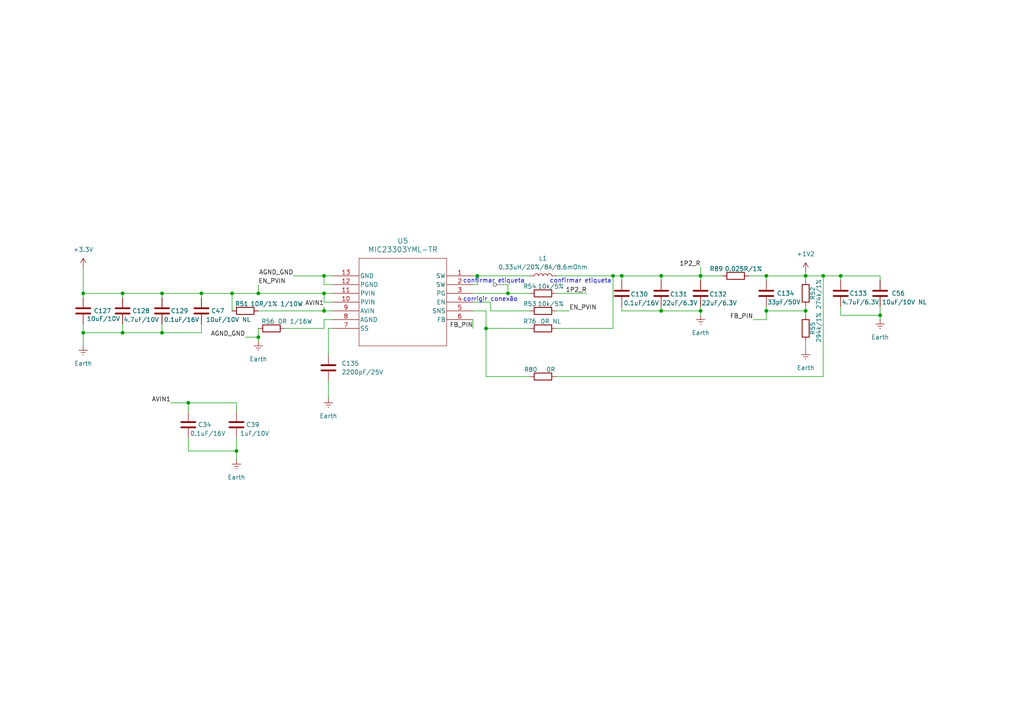
<source format=kicad_sch>
(kicad_sch (version 20231120) (generator "eeschema") (generator_version "8.0")
  (paper "A4")
  (title_block (title "FPGA - SmartFusion2") (date "2024-04-04") (rev "1") (company "IFSP - SBV, IFSP - GRU") (comment 2 "WILLIAN BUENO SANTOS") (comment 3 "ISRAEL RODRIGUES") (comment 4 "ADRIANO CÉSAR DE SOUSA PEREIRA"))
  (lib_symbols
    (symbol "2024-03-23_21-51-05:MIC23303YML-TR" (pin_names (offset 0.254))
      (property "Reference" "U" (at 20.32 10.16 0))
      (property "Value" "MIC23303YML-TR" (at 20.32 7.62 0))
      (symbol "MIC23303YML-TR_0_1"
        (polyline (pts (xy 7.62 -20.32) (xy 33.02 -20.32)) (stroke (width 0.127)))
        (polyline (pts (xy 7.62 5.08) (xy 7.62 -20.32)) (stroke (width 0.127)))
        (polyline (pts (xy 33.02 -20.32) (xy 33.02 5.08)) (stroke (width 0.127)))
        (polyline (pts (xy 33.02 5.08) (xy 7.62 5.08)) (stroke (width 0.127)))
        (pin output line (at 0 0 0) (length 7.62) (name "SW") (number "1"))
        (pin power_in line (at 40.64 -7.62 180) (length 7.62) (name "PVIN") (number "10"))
        (pin power_in line (at 40.64 -5.08 180) (length 7.62) (name "PVIN") (number "11"))
        (pin power_out line (at 40.64 -2.54 180) (length 7.62) (name "PGND") (number "12"))
        (pin power_out line (at 40.64 0 180) (length 7.62) (name "GND") (number "13"))
        (pin output line (at 0 -2.54 0) (length 7.62) (name "SW") (number "2"))
        (pin output line (at 0 -5.08 0) (length 7.62) (name "PG") (number "3"))
        (pin input line (at 0 -7.62 0) (length 7.62) (name "EN") (number "4"))
        (pin unspecified line (at 0 -10.16 0) (length 7.62) (name "SNS") (number "5"))
        (pin input line (at 0 -12.7 0) (length 7.62) (name "FB") (number "6"))
        (pin input line (at 40.64 -15.24 180) (length 7.62) (name "SS") (number "7"))
        (pin power_out line (at 40.64 -12.7 180) (length 7.62) (name "AGND") (number "8"))
        (pin power_in line (at 40.64 -10.16 180) (length 7.62) (name "AVIN") (number "9"))
      )
    )
    (symbol "Device:C" (pin_numbers hide) (pin_names (offset 0.254))
      (property "Reference" "C" (at 0.635 2.54 0))
      (property "Value" "C" (at 0.635 -2.54 0))
      (symbol "C_0_1"
        (polyline (pts (xy -2.032 -0.762) (xy 2.032 -0.762)) (stroke (width 0.508)))
        (polyline (pts (xy -2.032 0.762) (xy 2.032 0.762)) (stroke (width 0.508)))
      )
      (symbol "C_1_1"
        (pin passive line (at 0 3.81 270) (length 2.794) (name "~") (number "1"))
        (pin passive line (at 0 -3.81 90) (length 2.794) (name "~") (number "2"))
      )
    )
    (symbol "Device:L" (pin_numbers hide) (pin_names (offset 1.016) hide)
      (property "Reference" "L" (at -1.27 0 90))
      (property "Value" "L" (at 1.905 0 90))
      (symbol "L_0_1"
        (arc (start 0 -2.54) (mid 0.6323 -1.905) (end 0 -1.27))
        (arc (start 0 -1.27) (mid 0.6323 -0.635) (end 0 0))
        (arc (start 0 0) (mid 0.6323 0.635) (end 0 1.27))
        (arc (start 0 1.27) (mid 0.6323 1.905) (end 0 2.54))
      )
      (symbol "L_1_1"
        (pin passive line (at 0 3.81 270) (length 1.27) (name "1") (number "1"))
        (pin passive line (at 0 -3.81 90) (length 1.27) (name "2") (number "2"))
      )
    )
    (symbol "Device:R" (pin_numbers hide) (pin_names (offset 0))
      (property "Reference" "R" (at 2.032 0 90))
      (property "Value" "R" (at 0 0 90))
      (symbol "R_0_1"
        (rectangle (start -1.016 -2.54) (end 1.016 2.54) (stroke (width 0.254)))
      )
      (symbol "R_1_1"
        (pin passive line (at 0 3.81 270) (length 1.27) (name "~") (number "1"))
        (pin passive line (at 0 -3.81 90) (length 1.27) (name "~") (number "2"))
      )
    )
    (symbol "power:+1V2" (power) (pin_numbers hide) (pin_names (offset 0) hide)
      (property "Value" "+1V2" (at 0 3.556 0))
      (symbol "+1V2_0_1"
        (polyline (pts (xy -0.762 1.27) (xy 0 2.54)))
        (polyline (pts (xy 0 0) (xy 0 2.54)))
        (polyline (pts (xy 0 2.54) (xy 0.762 1.27)))
      )
      (symbol "+1V2_1_1"
        (pin power_in line (at 0 0 90) (length 0) (name "~") (number "1"))
      )
    )
    (symbol "power:+3.3V" (power) (pin_numbers hide) (pin_names (offset 0) hide)
      (property "Value" "+3.3V" (at 0 3.556 0))
      (symbol "+3.3V_0_1"
        (polyline (pts (xy -0.762 1.27) (xy 0 2.54)))
        (polyline (pts (xy 0 0) (xy 0 2.54)))
        (polyline (pts (xy 0 2.54) (xy 0.762 1.27)))
      )
      (symbol "+3.3V_1_1"
        (pin power_in line (at 0 0 90) (length 0) (name "~") (number "1"))
      )
    )
    (symbol "power:Earth" (power) (pin_numbers hide) (pin_names (offset 0) hide)
      (property "Value" "Earth" (at 0 -3.81 0))
      (symbol "Earth_0_1"
        (polyline (pts (xy -0.635 -1.905) (xy 0.635 -1.905)))
        (polyline (pts (xy -0.127 -2.54) (xy 0.127 -2.54)))
        (polyline (pts (xy 0 -1.27) (xy 0 0)))
        (polyline (pts (xy 1.27 -1.27) (xy -1.27 -1.27)))
      )
      (symbol "Earth_1_1"
        (pin power_in line (at 0 0 270) (length 0) (name "~") (number "1"))
      )
    )
  )
  (junction (at 93.98 85.09))
  (junction (at 222.25 90.17))
  (junction (at 203.2 80.01))
  (junction (at 58.42 85.09))
  (junction (at 93.98 80.01))
  (junction (at 54.61 116.84))
  (junction (at 24.13 96.52))
  (junction (at 191.77 90.17))
  (junction (at 233.68 90.17))
  (junction (at 180.34 80.01))
  (junction (at 177.8 80.01))
  (junction (at 68.58 130.81))
  (junction (at 74.93 97.79))
  (junction (at 222.25 80.01))
  (junction (at 67.31 85.09))
  (junction (at 255.27 91.44))
  (junction (at 238.76 80.01))
  (junction (at 140.97 95.25))
  (junction (at 191.77 80.01))
  (junction (at 203.2 90.17))
  (junction (at 35.56 85.09))
  (junction (at 74.93 85.09))
  (junction (at 233.68 80.01))
  (junction (at 24.13 85.09))
  (junction (at 138.43 80.01))
  (junction (at 93.98 90.17))
  (junction (at 243.84 80.01))
  (junction (at 147.32 85.09))
  (junction (at 35.56 96.52))
  (junction (at 46.99 85.09))
  (junction (at 46.99 96.52))
  (wire (pts (xy 137.16 80.01) (xy 138.43 80.01)))
  (wire (pts (xy 137.16 85.09) (xy 147.32 85.09)))
  (wire (pts (xy 58.42 93.98) (xy 58.42 96.52)))
  (wire (pts (xy 161.29 90.17) (xy 165.1 90.17)))
  (wire (pts (xy 58.42 85.09) (xy 58.42 86.36)))
  (wire (pts (xy 96.52 95.25) (xy 95.25 95.25)))
  (wire (pts (xy 137.16 87.63) (xy 142.24 87.63)))
  (wire (pts (xy 74.93 95.25) (xy 74.93 97.79)))
  (wire (pts (xy 24.13 85.09) (xy 24.13 86.36)))
  (wire (pts (xy 93.98 87.63) (xy 93.98 85.09)))
  (wire (pts (xy 95.25 110.49) (xy 95.25 115.57)))
  (wire (pts (xy 24.13 77.47) (xy 24.13 85.09)))
  (wire (pts (xy 35.56 85.09) (xy 35.56 86.36)))
  (wire (pts (xy 54.61 130.81) (xy 68.58 130.81)))
  (wire (pts (xy 68.58 119.38) (xy 68.58 116.84)))
  (wire (pts (xy 153.67 109.22) (xy 140.97 109.22)))
  (wire (pts (xy 35.56 85.09) (xy 24.13 85.09)))
  (wire (pts (xy 24.13 96.52) (xy 24.13 100.33)))
  (wire (pts (xy 96.52 87.63) (xy 93.98 87.63)))
  (wire (pts (xy 147.32 85.09) (xy 153.67 85.09)))
  (wire (pts (xy 218.44 92.71) (xy 222.25 92.71)))
  (wire (pts (xy 67.31 85.09) (xy 74.93 85.09)))
  (wire (pts (xy 68.58 127) (xy 68.58 130.81)))
  (wire (pts (xy 46.99 93.98) (xy 46.99 96.52)))
  (wire (pts (xy 255.27 81.28) (xy 255.27 80.01)))
  (wire (pts (xy 82.55 95.25) (xy 93.98 95.25)))
  (wire (pts (xy 74.93 82.55) (xy 74.93 85.09)))
  (wire (pts (xy 137.16 82.55) (xy 138.43 82.55)))
  (wire (pts (xy 161.29 80.01) (xy 177.8 80.01)))
  (wire (pts (xy 191.77 81.28) (xy 191.77 80.01)))
  (wire (pts (xy 203.2 80.01) (xy 191.77 80.01)))
  (wire (pts (xy 54.61 130.81) (xy 54.61 127)))
  (wire (pts (xy 243.84 80.01) (xy 238.76 80.01)))
  (wire (pts (xy 93.98 82.55) (xy 93.98 80.01)))
  (wire (pts (xy 233.68 90.17) (xy 233.68 91.44)))
  (wire (pts (xy 93.98 90.17) (xy 96.52 90.17)))
  (wire (pts (xy 255.27 88.9) (xy 255.27 91.44)))
  (wire (pts (xy 93.98 92.71) (xy 96.52 92.71)))
  (wire (pts (xy 95.25 95.25) (xy 95.25 102.87)))
  (wire (pts (xy 233.68 80.01) (xy 222.25 80.01)))
  (wire (pts (xy 161.29 85.09) (xy 170.18 85.09)))
  (wire (pts (xy 146.05 82.55) (xy 147.32 82.55)))
  (wire (pts (xy 67.31 85.09) (xy 67.31 90.17)))
  (wire (pts (xy 54.61 116.84) (xy 54.61 119.38)))
  (wire (pts (xy 255.27 91.44) (xy 255.27 92.71)))
  (wire (pts (xy 177.8 80.01) (xy 180.34 80.01)))
  (wire (pts (xy 233.68 78.74) (xy 233.68 80.01)))
  (wire (pts (xy 35.56 96.52) (xy 24.13 96.52)))
  (wire (pts (xy 161.29 95.25) (xy 177.8 95.25)))
  (wire (pts (xy 233.68 81.28) (xy 233.68 80.01)))
  (wire (pts (xy 46.99 85.09) (xy 35.56 85.09)))
  (wire (pts (xy 58.42 85.09) (xy 46.99 85.09)))
  (wire (pts (xy 203.2 80.01) (xy 209.55 80.01)))
  (wire (pts (xy 46.99 96.52) (xy 35.56 96.52)))
  (wire (pts (xy 217.17 80.01) (xy 222.25 80.01)))
  (wire (pts (xy 142.24 87.63) (xy 142.24 90.17)))
  (wire (pts (xy 180.34 90.17) (xy 191.77 90.17)))
  (wire (pts (xy 142.24 90.17) (xy 153.67 90.17)))
  (wire (pts (xy 140.97 90.17) (xy 140.97 95.25)))
  (wire (pts (xy 203.2 81.28) (xy 203.2 80.01)))
  (wire (pts (xy 191.77 90.17) (xy 203.2 90.17)))
  (wire (pts (xy 222.25 80.01) (xy 222.25 81.28)))
  (wire (pts (xy 203.2 88.9) (xy 203.2 90.17)))
  (wire (pts (xy 71.12 97.79) (xy 74.93 97.79)))
  (wire (pts (xy 96.52 82.55) (xy 93.98 82.55)))
  (wire (pts (xy 180.34 80.01) (xy 180.34 81.28)))
  (wire (pts (xy 233.68 90.17) (xy 222.25 90.17)))
  (wire (pts (xy 93.98 95.25) (xy 93.98 92.71)))
  (wire (pts (xy 243.84 91.44) (xy 255.27 91.44)))
  (wire (pts (xy 93.98 80.01) (xy 96.52 80.01)))
  (wire (pts (xy 238.76 80.01) (xy 233.68 80.01)))
  (wire (pts (xy 93.98 88.9) (xy 93.98 90.17)))
  (wire (pts (xy 180.34 80.01) (xy 191.77 80.01)))
  (wire (pts (xy 238.76 109.22) (xy 238.76 80.01)))
  (wire (pts (xy 203.2 90.17) (xy 203.2 91.44)))
  (wire (pts (xy 243.84 81.28) (xy 243.84 80.01)))
  (wire (pts (xy 93.98 85.09) (xy 96.52 85.09)))
  (wire (pts (xy 243.84 88.9) (xy 243.84 91.44)))
  (wire (pts (xy 191.77 88.9) (xy 191.77 90.17)))
  (wire (pts (xy 68.58 130.81) (xy 68.58 133.35)))
  (wire (pts (xy 137.16 92.71) (xy 137.16 95.25)))
  (wire (pts (xy 58.42 85.09) (xy 67.31 85.09)))
  (wire (pts (xy 222.25 92.71) (xy 222.25 90.17)))
  (wire (pts (xy 74.93 90.17) (xy 93.98 90.17)))
  (wire (pts (xy 147.32 82.55) (xy 147.32 85.09)))
  (wire (pts (xy 74.93 97.79) (xy 74.93 99.06)))
  (wire (pts (xy 203.2 77.47) (xy 203.2 80.01)))
  (wire (pts (xy 222.25 90.17) (xy 222.25 88.9)))
  (wire (pts (xy 161.29 109.22) (xy 238.76 109.22)))
  (wire (pts (xy 54.61 116.84) (xy 68.58 116.84)))
  (wire (pts (xy 85.09 80.01) (xy 93.98 80.01)))
  (wire (pts (xy 255.27 80.01) (xy 243.84 80.01)))
  (wire (pts (xy 177.8 95.25) (xy 177.8 80.01)))
  (wire (pts (xy 233.68 88.9) (xy 233.68 90.17)))
  (wire (pts (xy 137.16 90.17) (xy 140.97 90.17)))
  (wire (pts (xy 46.99 85.09) (xy 46.99 86.36)))
  (wire (pts (xy 138.43 80.01) (xy 153.67 80.01)))
  (wire (pts (xy 74.93 85.09) (xy 93.98 85.09)))
  (wire (pts (xy 138.43 82.55) (xy 138.43 80.01)))
  (wire (pts (xy 180.34 88.9) (xy 180.34 90.17)))
  (wire (pts (xy 35.56 93.98) (xy 35.56 96.52)))
  (wire (pts (xy 233.68 99.06) (xy 233.68 101.6)))
  (wire (pts (xy 58.42 96.52) (xy 46.99 96.52)))
  (wire (pts (xy 140.97 95.25) (xy 153.67 95.25)))
  (wire (pts (xy 49.53 116.84) (xy 54.61 116.84)))
  (wire (pts (xy 140.97 109.22) (xy 140.97 95.25)))
  (wire (pts (xy 24.13 93.98) (xy 24.13 96.52)))
  (text "confirmar etiqueta" (at 143.256 81.534 0) (effects (font (size 1.27 1.27))))
  (text "confirmar etiqueta" (at 168.402 81.534 0) (effects (font (size 1.27 1.27))))
  (text "corrigir conexão" (at 142.24 86.868 0) (effects (font (size 1.27 1.27))))
  (label "FB_PIN" (at 218.44 92.71 180))
  (label "EN_PVIN" (at 74.93 82.55 0))
  (label "AVIN1" (at 93.98 88.9 180))
  (label "AVIN1" (at 49.53 116.84 180))
  (label "1P2_R" (at 203.2 77.47 180))
  (label "AGND_GND" (at 85.09 80.01 180))
  (label "FB_PIN" (at 137.16 95.25 180))
  (label "AGND_GND" (at 71.12 97.79 180))
  (label "1P2_R" (at 170.18 85.09 180))
  (label "EN_PVIN" (at 165.1 90.17 0))
  (netclass_flag "" (length 2.54) (shape round) (at 146.05 82.55 90))
  (symbol (lib_id "Device:C") (at 24.13 90.17 0) (unit 1)
    (property "Reference" "C127" (at 27.178 90.17 0) (effects (justify left)))
    (property "Value" "10uF/10V" (at 25.146 92.456 0) (effects (justify left)))
    (property "Footprint" "Capacitor_SMD:C_0805_2012Metric" (effects (hide yes)))
    (property "Description" "Unpolarized capacitor" (effects (hide yes)))
  )
  (symbol (lib_id "power:Earth") (at 74.93 99.06 0) (unit 1)
    (property "Reference" "#PWR015" (effects (hide yes)))
    (property "Value" "Earth" (at 74.93 104.14 0))
    (property "Description" "Power symbol creates a global label with name \"Earth\"" (effects (hide yes)))
  )
  (symbol (lib_id "power:Earth") (at 255.27 92.71 0) (unit 1)
    (property "Reference" "#PWR018" (effects (hide yes)))
    (property "Value" "Earth" (at 255.27 97.79 0))
    (property "Description" "Power symbol creates a global label with name \"Earth\"" (effects (hide yes)))
  )
  (symbol (lib_id "2024-03-23_21-51-05:MIC23303YML-TR") (at 137.16 80.01 0) (mirror y) (unit 1)
    (property "Reference" "U5" (at 116.84 69.85 0) (effects (font (size 1.524 1.524))))
    (property "Value" "MIC23303YML-TR" (at 116.84 72.39 0) (effects (font (size 1.524 1.524))))
    (property "Footprint" "DFN12_3X3_ML_MCH" (effects (hide yes)))
    (property "Datasheet" "MIC23303YML-TR" (effects (hide yes)))
  )
  (symbol (lib_id "power:Earth") (at 233.68 101.6 0) (unit 1)
    (property "Reference" "#PWR017" (effects (hide yes)))
    (property "Value" "Earth" (at 233.68 106.68 0))
    (property "Description" "Power symbol creates a global label with name \"Earth\"" (effects (hide yes)))
  )
  (symbol (lib_id "Device:C") (at 191.77 85.09 0) (unit 1)
    (property "Reference" "C131" (at 194.31 85.344 0) (effects (justify left)))
    (property "Value" "22uF/6.3V" (at 192.024 87.884 0) (effects (justify left)))
    (property "Footprint" "Capacitor_SMD:C_0603_1608Metric" (effects (hide yes)))
    (property "Description" "Unpolarized capacitor" (effects (hide yes)))
  )
  (symbol (lib_id "Device:R") (at 157.48 85.09 90) (unit 1)
    (property "Reference" "R54" (at 153.67 83.058 90))
    (property "Value" "10k/5%" (at 159.766 83.058 90))
    (property "Footprint" "Resistor_SMD:R_0402_1005Metric" (effects (hide yes)))
    (property "Description" "Resistor" (effects (hide yes)))
  )
  (symbol (lib_id "Device:R") (at 71.12 90.17 90) (unit 1)
    (property "Reference" "R51" (at 70.104 88.138 90))
    (property "Value" "10R/1% 1/10W" (at 80.264 88.138 90))
    (property "Footprint" "Resistor_SMD:R_0402_1005Metric" (effects (hide yes)))
    (property "Description" "Resistor" (effects (hide yes)))
  )
  (symbol (lib_id "Device:R") (at 157.48 109.22 90) (unit 1)
    (property "Reference" "R80" (at 153.924 107.188 90))
    (property "Value" "0R" (at 159.766 107.188 90))
    (property "Footprint" "Resistor_SMD:R_0402_1005Metric" (effects (hide yes)))
    (property "Description" "Resistor" (effects (hide yes)))
  )
  (symbol (lib_id "Device:C") (at 68.58 123.19 0) (unit 1)
    (property "Reference" "C39" (at 71.374 123.19 0) (effects (justify left)))
    (property "Value" "1uF/10V" (at 69.596 125.73 0) (effects (justify left)))
    (property "Footprint" "Capacitor_SMD:C_0402_1005Metric" (effects (hide yes)))
    (property "Description" "Unpolarized capacitor" (effects (hide yes)))
  )
  (symbol (lib_id "power:+1V2") (at 233.68 78.74 0) (unit 1)
    (property "Reference" "#PWR011" (effects (hide yes)))
    (property "Value" "+1V2" (at 233.68 73.66 0))
    (property "Description" "Power symbol creates a global label with name \"+1V2\"" (effects (hide yes)))
  )
  (symbol (lib_id "Device:C") (at 255.27 85.09 0) (unit 1)
    (property "Reference" "C56" (at 258.572 85.09 0) (effects (justify left)))
    (property "Value" "10uF/10V NL" (at 255.778 87.63 0) (effects (justify left)))
    (property "Footprint" "Capacitor_SMD:C_0805_2012Metric" (effects (hide yes)))
    (property "Description" "Unpolarized capacitor" (effects (hide yes)))
  )
  (symbol (lib_id "Device:R") (at 78.74 95.25 90) (unit 1)
    (property "Reference" "R56" (at 77.724 93.218 90))
    (property "Value" "0R 1/16W" (at 85.598 93.218 90))
    (property "Footprint" "Resistor_SMD:R_0402_1005Metric" (effects (hide yes)))
    (property "Description" "Resistor" (effects (hide yes)))
  )
  (symbol (lib_id "Device:L") (at 157.48 80.01 90) (unit 1)
    (property "Reference" "L1" (at 157.48 74.93 90))
    (property "Value" "0.33uH/20%/8A/8.6mOhm" (at 157.48 77.47 90))
    (property "Footprint" "Inductor_SMD:L_Cenker_CKCS4018" (effects (hide yes)))
    (property "Datasheet" "https://www.we-online.com/components/products/datasheet/744373240033.pdf" (effects (hide yes)))
    (property "Description" "Inductor" (effects (hide yes)))
  )
  (symbol (lib_id "Device:C") (at 243.84 85.09 0) (unit 1)
    (property "Reference" "C133" (at 246.38 85.09 0) (effects (justify left)))
    (property "Value" "4.7uF/6.3V" (at 244.094 87.63 0) (effects (justify left)))
    (property "Footprint" "Capacitor_SMD:C_0603_1608Metric" (effects (hide yes)))
    (property "Description" "Unpolarized capacitor" (effects (hide yes)))
  )
  (symbol (lib_id "Device:C") (at 46.99 90.17 0) (unit 1)
    (property "Reference" "C129" (at 49.53 90.17 0) (effects (justify left)))
    (property "Value" "0.1uF/16V" (at 47.498 92.71 0) (effects (justify left)))
    (property "Footprint" "Capacitor_SMD:C_0402_1005Metric" (effects (hide yes)))
    (property "Description" "Unpolarized capacitor" (effects (hide yes)))
  )
  (symbol (lib_id "Device:R") (at 213.36 80.01 90) (unit 1)
    (property "Reference" "R89" (at 207.772 77.978 90))
    (property "Value" "0.025R/1%" (at 215.646 77.978 90))
    (property "Footprint" "Resistor_SMD:R_0805_2012Metric" (effects (hide yes)))
    (property "Description" "Resistor" (effects (hide yes)))
  )
  (symbol (lib_id "power:Earth") (at 95.25 115.57 0) (unit 1)
    (property "Reference" "#PWR014" (effects (hide yes)))
    (property "Value" "Earth" (at 95.25 120.65 0))
    (property "Description" "Power symbol creates a global label with name \"Earth\"" (effects (hide yes)))
  )
  (symbol (lib_id "power:Earth") (at 68.58 133.35 0) (unit 1)
    (property "Reference" "#PWR013" (effects (hide yes)))
    (property "Value" "Earth" (at 68.58 138.43 0))
    (property "Description" "Power symbol creates a global label with name \"Earth\"" (effects (hide yes)))
  )
  (symbol (lib_id "Device:C") (at 180.34 85.09 0) (unit 1)
    (property "Reference" "C130" (at 182.88 85.344 0) (effects (justify left)))
    (property "Value" "0.1uF/16V" (at 180.848 87.884 0) (effects (justify left)))
    (property "Footprint" "Capacitor_SMD:C_0402_1005Metric" (effects (hide yes)))
    (property "Description" "Unpolarized capacitor" (effects (hide yes)))
  )
  (symbol (lib_id "power:Earth") (at 24.13 100.33 0) (unit 1)
    (property "Reference" "#PWR010" (effects (hide yes)))
    (property "Value" "Earth" (at 24.13 105.41 0))
    (property "Description" "Power symbol creates a global label with name \"Earth\"" (effects (hide yes)))
  )
  (symbol (lib_id "Device:C") (at 95.25 106.68 0) (unit 1)
    (property "Reference" "C135" (at 99.06 105.4099 0) (effects (justify left)))
    (property "Value" "2200pF/25V" (at 99.06 107.9499 0) (effects (justify left)))
    (property "Footprint" "Capacitor_SMD:C_0402_1005Metric" (effects (hide yes)))
    (property "Description" "Unpolarized capacitor" (effects (hide yes)))
  )
  (symbol (lib_id "Device:C") (at 222.25 85.09 0) (unit 1)
    (property "Reference" "C134" (at 225.298 85.09 0) (effects (justify left)))
    (property "Value" "33pF/50V" (at 222.504 87.63 0) (effects (justify left)))
    (property "Footprint" "Capacitor_SMD:C_0402_1005Metric" (effects (hide yes)))
    (property "Description" "Unpolarized capacitor" (effects (hide yes)))
  )
  (symbol (lib_id "Device:R") (at 157.48 95.25 90) (unit 1)
    (property "Reference" "R76" (at 153.67 93.218 90))
    (property "Value" "0R NL" (at 159.766 93.218 90))
    (property "Footprint" "Resistor_SMD:R_0402_1005Metric" (effects (hide yes)))
    (property "Description" "Resistor" (effects (hide yes)))
  )
  (symbol (lib_id "Device:R") (at 157.48 90.17 90) (unit 1)
    (property "Reference" "R53" (at 153.67 88.138 90))
    (property "Value" "10k/5%" (at 159.766 88.138 90))
    (property "Footprint" "Resistor_SMD:R_0402_1005Metric" (effects (hide yes)))
    (property "Description" "Resistor" (effects (hide yes)))
  )
  (symbol (lib_id "Device:C") (at 203.2 85.09 0) (unit 1)
    (property "Reference" "C132" (at 205.74 85.344 0) (effects (justify left)))
    (property "Value" "22uF/6.3V" (at 203.454 87.884 0) (effects (justify left)))
    (property "Footprint" "Capacitor_SMD:C_0603_1608Metric" (effects (hide yes)))
    (property "Description" "Unpolarized capacitor" (effects (hide yes)))
  )
  (symbol (lib_id "Device:C") (at 35.56 90.17 0) (unit 1)
    (property "Reference" "C128" (at 38.354 90.17 0) (effects (justify left)))
    (property "Value" "4.7uF/10V" (at 35.814 92.71 0) (effects (justify left)))
    (property "Footprint" "Capacitor_SMD:C_0603_1608Metric" (effects (hide yes)))
    (property "Description" "Unpolarized capacitor" (effects (hide yes)))
  )
  (symbol (lib_id "Device:C") (at 58.42 90.17 0) (unit 1)
    (property "Reference" "C47" (at 61.214 90.17 0) (effects (justify left)))
    (property "Value" "10uF/10V NL" (at 59.69 92.71 0) (effects (justify left)))
    (property "Footprint" "Capacitor_SMD:C_0805_2012Metric" (effects (hide yes)))
    (property "Description" "Unpolarized capacitor" (effects (hide yes)))
  )
  (symbol (lib_id "Device:R") (at 233.68 95.25 0) (unit 1)
    (property "Reference" "R55" (at 235.712 95.25 90))
    (property "Value" "294k/1%" (at 237.49 94.996 90))
    (property "Footprint" "Resistor_SMD:R_0402_1005Metric" (effects (hide yes)))
    (property "Description" "Resistor" (effects (hide yes)))
  )
  (symbol (lib_id "Device:C") (at 54.61 123.19 0) (unit 1)
    (property "Reference" "C34" (at 57.404 123.19 0) (effects (justify left)))
    (property "Value" "0.1uF/16V" (at 55.118 125.73 0) (effects (justify left)))
    (property "Footprint" "Capacitor_SMD:C_0402_1005Metric" (effects (hide yes)))
    (property "Description" "Unpolarized capacitor" (effects (hide yes)))
  )
  (symbol (lib_id "power:Earth") (at 203.2 91.44 0) (unit 1)
    (property "Reference" "#PWR016" (effects (hide yes)))
    (property "Value" "Earth" (at 203.2 96.52 0))
    (property "Description" "Power symbol creates a global label with name \"Earth\"" (effects (hide yes)))
  )
  (symbol (lib_id "power:+3.3V") (at 24.13 77.47 0) (unit 1)
    (property "Reference" "#PWR012" (effects (hide yes)))
    (property "Value" "+3.3V" (at 24.13 72.39 0))
    (property "Description" "Power symbol creates a global label with name \"+3.3V\"" (effects (hide yes)))
  )
  (symbol (lib_id "Device:R") (at 233.68 85.09 0) (unit 1)
    (property "Reference" "R52" (at 235.712 85.09 90))
    (property "Value" "274k/1%" (at 237.49 85.344 90))
    (property "Footprint" "Resistor_SMD:R_0402_1005Metric" (effects (hide yes)))
    (property "Description" "Resistor" (effects (hide yes)))
  )
)
</source>
